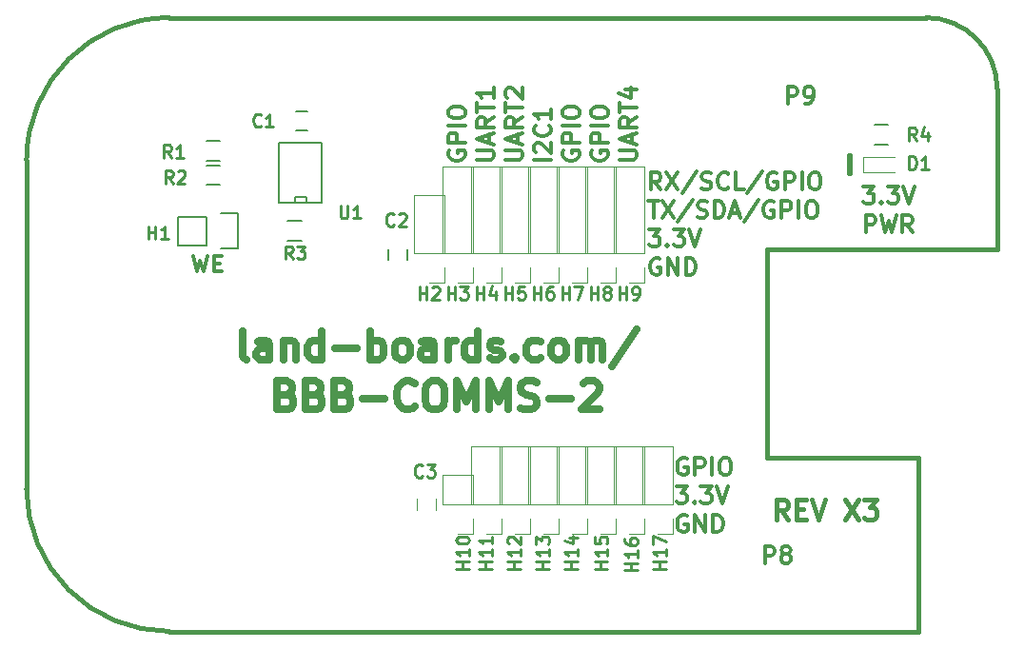
<source format=gbr>
%TF.GenerationSoftware,KiCad,Pcbnew,(5.1.10)-1*%
%TF.CreationDate,2022-04-07T15:38:00-04:00*%
%TF.ProjectId,BBB-COMMS-2,4242422d-434f-44d4-9d53-2d322e6b6963,0.3*%
%TF.SameCoordinates,Original*%
%TF.FileFunction,Legend,Top*%
%TF.FilePolarity,Positive*%
%FSLAX46Y46*%
G04 Gerber Fmt 4.6, Leading zero omitted, Abs format (unit mm)*
G04 Created by KiCad (PCBNEW (5.1.10)-1) date 2022-04-07 15:38:00*
%MOMM*%
%LPD*%
G01*
G04 APERTURE LIST*
%ADD10C,0.304800*%
%ADD11C,0.381000*%
%ADD12C,0.444500*%
%ADD13C,0.635000*%
%ADD14C,0.127000*%
%ADD15C,0.150000*%
%ADD16C,0.120000*%
%ADD17C,0.222250*%
G04 APERTURE END LIST*
D10*
X152489262Y-91948000D02*
X152344120Y-91875428D01*
X152126405Y-91875428D01*
X151908691Y-91948000D01*
X151763548Y-92093142D01*
X151690977Y-92238285D01*
X151618405Y-92528571D01*
X151618405Y-92746285D01*
X151690977Y-93036571D01*
X151763548Y-93181714D01*
X151908691Y-93326857D01*
X152126405Y-93399428D01*
X152271548Y-93399428D01*
X152489262Y-93326857D01*
X152561834Y-93254285D01*
X152561834Y-92746285D01*
X152271548Y-92746285D01*
X153214977Y-93399428D02*
X153214977Y-91875428D01*
X153795548Y-91875428D01*
X153940691Y-91948000D01*
X154013262Y-92020571D01*
X154085834Y-92165714D01*
X154085834Y-92383428D01*
X154013262Y-92528571D01*
X153940691Y-92601142D01*
X153795548Y-92673714D01*
X153214977Y-92673714D01*
X154738977Y-93399428D02*
X154738977Y-91875428D01*
X155754977Y-91875428D02*
X156045262Y-91875428D01*
X156190405Y-91948000D01*
X156335548Y-92093142D01*
X156408120Y-92383428D01*
X156408120Y-92891428D01*
X156335548Y-93181714D01*
X156190405Y-93326857D01*
X156045262Y-93399428D01*
X155754977Y-93399428D01*
X155609834Y-93326857D01*
X155464691Y-93181714D01*
X155392120Y-92891428D01*
X155392120Y-92383428D01*
X155464691Y-92093142D01*
X155609834Y-91948000D01*
X155754977Y-91875428D01*
X151545834Y-94415428D02*
X152489262Y-94415428D01*
X151981262Y-94996000D01*
X152198977Y-94996000D01*
X152344120Y-95068571D01*
X152416691Y-95141142D01*
X152489262Y-95286285D01*
X152489262Y-95649142D01*
X152416691Y-95794285D01*
X152344120Y-95866857D01*
X152198977Y-95939428D01*
X151763548Y-95939428D01*
X151618405Y-95866857D01*
X151545834Y-95794285D01*
X153142405Y-95794285D02*
X153214977Y-95866857D01*
X153142405Y-95939428D01*
X153069834Y-95866857D01*
X153142405Y-95794285D01*
X153142405Y-95939428D01*
X153722977Y-94415428D02*
X154666405Y-94415428D01*
X154158405Y-94996000D01*
X154376120Y-94996000D01*
X154521262Y-95068571D01*
X154593834Y-95141142D01*
X154666405Y-95286285D01*
X154666405Y-95649142D01*
X154593834Y-95794285D01*
X154521262Y-95866857D01*
X154376120Y-95939428D01*
X153940691Y-95939428D01*
X153795548Y-95866857D01*
X153722977Y-95794285D01*
X155101834Y-94415428D02*
X155609834Y-95939428D01*
X156117834Y-94415428D01*
X152489262Y-97028000D02*
X152344120Y-96955428D01*
X152126405Y-96955428D01*
X151908691Y-97028000D01*
X151763548Y-97173142D01*
X151690977Y-97318285D01*
X151618405Y-97608571D01*
X151618405Y-97826285D01*
X151690977Y-98116571D01*
X151763548Y-98261714D01*
X151908691Y-98406857D01*
X152126405Y-98479428D01*
X152271548Y-98479428D01*
X152489262Y-98406857D01*
X152561834Y-98334285D01*
X152561834Y-97826285D01*
X152271548Y-97826285D01*
X153214977Y-98479428D02*
X153214977Y-96955428D01*
X154085834Y-98479428D01*
X154085834Y-96955428D01*
X154811548Y-98479428D02*
X154811548Y-96955428D01*
X155174405Y-96955428D01*
X155392120Y-97028000D01*
X155537262Y-97173142D01*
X155609834Y-97318285D01*
X155682405Y-97608571D01*
X155682405Y-97826285D01*
X155609834Y-98116571D01*
X155537262Y-98261714D01*
X155392120Y-98406857D01*
X155174405Y-98479428D01*
X154811548Y-98479428D01*
X144018000Y-64553737D02*
X143945428Y-64698880D01*
X143945428Y-64916594D01*
X144018000Y-65134308D01*
X144163142Y-65279451D01*
X144308285Y-65352022D01*
X144598571Y-65424594D01*
X144816285Y-65424594D01*
X145106571Y-65352022D01*
X145251714Y-65279451D01*
X145396857Y-65134308D01*
X145469428Y-64916594D01*
X145469428Y-64771451D01*
X145396857Y-64553737D01*
X145324285Y-64481165D01*
X144816285Y-64481165D01*
X144816285Y-64771451D01*
X145469428Y-63828022D02*
X143945428Y-63828022D01*
X143945428Y-63247451D01*
X144018000Y-63102308D01*
X144090571Y-63029737D01*
X144235714Y-62957165D01*
X144453428Y-62957165D01*
X144598571Y-63029737D01*
X144671142Y-63102308D01*
X144743714Y-63247451D01*
X144743714Y-63828022D01*
X145469428Y-62304022D02*
X143945428Y-62304022D01*
X143945428Y-61288022D02*
X143945428Y-60997737D01*
X144018000Y-60852594D01*
X144163142Y-60707451D01*
X144453428Y-60634880D01*
X144961428Y-60634880D01*
X145251714Y-60707451D01*
X145396857Y-60852594D01*
X145469428Y-60997737D01*
X145469428Y-61288022D01*
X145396857Y-61433165D01*
X145251714Y-61578308D01*
X144961428Y-61650880D01*
X144453428Y-61650880D01*
X144163142Y-61578308D01*
X144018000Y-61433165D01*
X143945428Y-61288022D01*
X141478000Y-64553737D02*
X141405428Y-64698880D01*
X141405428Y-64916594D01*
X141478000Y-65134308D01*
X141623142Y-65279451D01*
X141768285Y-65352022D01*
X142058571Y-65424594D01*
X142276285Y-65424594D01*
X142566571Y-65352022D01*
X142711714Y-65279451D01*
X142856857Y-65134308D01*
X142929428Y-64916594D01*
X142929428Y-64771451D01*
X142856857Y-64553737D01*
X142784285Y-64481165D01*
X142276285Y-64481165D01*
X142276285Y-64771451D01*
X142929428Y-63828022D02*
X141405428Y-63828022D01*
X141405428Y-63247451D01*
X141478000Y-63102308D01*
X141550571Y-63029737D01*
X141695714Y-62957165D01*
X141913428Y-62957165D01*
X142058571Y-63029737D01*
X142131142Y-63102308D01*
X142203714Y-63247451D01*
X142203714Y-63828022D01*
X142929428Y-62304022D02*
X141405428Y-62304022D01*
X141405428Y-61288022D02*
X141405428Y-60997737D01*
X141478000Y-60852594D01*
X141623142Y-60707451D01*
X141913428Y-60634880D01*
X142421428Y-60634880D01*
X142711714Y-60707451D01*
X142856857Y-60852594D01*
X142929428Y-60997737D01*
X142929428Y-61288022D01*
X142856857Y-61433165D01*
X142711714Y-61578308D01*
X142421428Y-61650880D01*
X141913428Y-61650880D01*
X141623142Y-61578308D01*
X141478000Y-61433165D01*
X141405428Y-61288022D01*
X131318000Y-64553737D02*
X131245428Y-64698880D01*
X131245428Y-64916594D01*
X131318000Y-65134308D01*
X131463142Y-65279451D01*
X131608285Y-65352022D01*
X131898571Y-65424594D01*
X132116285Y-65424594D01*
X132406571Y-65352022D01*
X132551714Y-65279451D01*
X132696857Y-65134308D01*
X132769428Y-64916594D01*
X132769428Y-64771451D01*
X132696857Y-64553737D01*
X132624285Y-64481165D01*
X132116285Y-64481165D01*
X132116285Y-64771451D01*
X132769428Y-63828022D02*
X131245428Y-63828022D01*
X131245428Y-63247451D01*
X131318000Y-63102308D01*
X131390571Y-63029737D01*
X131535714Y-62957165D01*
X131753428Y-62957165D01*
X131898571Y-63029737D01*
X131971142Y-63102308D01*
X132043714Y-63247451D01*
X132043714Y-63828022D01*
X132769428Y-62304022D02*
X131245428Y-62304022D01*
X131245428Y-61288022D02*
X131245428Y-60997737D01*
X131318000Y-60852594D01*
X131463142Y-60707451D01*
X131753428Y-60634880D01*
X132261428Y-60634880D01*
X132551714Y-60707451D01*
X132696857Y-60852594D01*
X132769428Y-60997737D01*
X132769428Y-61288022D01*
X132696857Y-61433165D01*
X132551714Y-61578308D01*
X132261428Y-61650880D01*
X131753428Y-61650880D01*
X131463142Y-61578308D01*
X131318000Y-61433165D01*
X131245428Y-61288022D01*
X150076262Y-74168000D02*
X149931120Y-74095428D01*
X149713405Y-74095428D01*
X149495691Y-74168000D01*
X149350548Y-74313142D01*
X149277977Y-74458285D01*
X149205405Y-74748571D01*
X149205405Y-74966285D01*
X149277977Y-75256571D01*
X149350548Y-75401714D01*
X149495691Y-75546857D01*
X149713405Y-75619428D01*
X149858548Y-75619428D01*
X150076262Y-75546857D01*
X150148834Y-75474285D01*
X150148834Y-74966285D01*
X149858548Y-74966285D01*
X150801977Y-75619428D02*
X150801977Y-74095428D01*
X151672834Y-75619428D01*
X151672834Y-74095428D01*
X152398548Y-75619428D02*
X152398548Y-74095428D01*
X152761405Y-74095428D01*
X152979120Y-74168000D01*
X153124262Y-74313142D01*
X153196834Y-74458285D01*
X153269405Y-74748571D01*
X153269405Y-74966285D01*
X153196834Y-75256571D01*
X153124262Y-75401714D01*
X152979120Y-75546857D01*
X152761405Y-75619428D01*
X152398548Y-75619428D01*
X149132834Y-71555428D02*
X150076262Y-71555428D01*
X149568262Y-72136000D01*
X149785977Y-72136000D01*
X149931120Y-72208571D01*
X150003691Y-72281142D01*
X150076262Y-72426285D01*
X150076262Y-72789142D01*
X150003691Y-72934285D01*
X149931120Y-73006857D01*
X149785977Y-73079428D01*
X149350548Y-73079428D01*
X149205405Y-73006857D01*
X149132834Y-72934285D01*
X150729405Y-72934285D02*
X150801977Y-73006857D01*
X150729405Y-73079428D01*
X150656834Y-73006857D01*
X150729405Y-72934285D01*
X150729405Y-73079428D01*
X151309977Y-71555428D02*
X152253405Y-71555428D01*
X151745405Y-72136000D01*
X151963120Y-72136000D01*
X152108262Y-72208571D01*
X152180834Y-72281142D01*
X152253405Y-72426285D01*
X152253405Y-72789142D01*
X152180834Y-72934285D01*
X152108262Y-73006857D01*
X151963120Y-73079428D01*
X151527691Y-73079428D01*
X151382548Y-73006857D01*
X151309977Y-72934285D01*
X152688834Y-71555428D02*
X153196834Y-73079428D01*
X153704834Y-71555428D01*
X149060262Y-69015428D02*
X149931120Y-69015428D01*
X149495691Y-70539428D02*
X149495691Y-69015428D01*
X150293977Y-69015428D02*
X151309977Y-70539428D01*
X151309977Y-69015428D02*
X150293977Y-70539428D01*
X152979120Y-68942857D02*
X151672834Y-70902285D01*
X153414548Y-70466857D02*
X153632262Y-70539428D01*
X153995120Y-70539428D01*
X154140262Y-70466857D01*
X154212834Y-70394285D01*
X154285405Y-70249142D01*
X154285405Y-70104000D01*
X154212834Y-69958857D01*
X154140262Y-69886285D01*
X153995120Y-69813714D01*
X153704834Y-69741142D01*
X153559691Y-69668571D01*
X153487120Y-69596000D01*
X153414548Y-69450857D01*
X153414548Y-69305714D01*
X153487120Y-69160571D01*
X153559691Y-69088000D01*
X153704834Y-69015428D01*
X154067691Y-69015428D01*
X154285405Y-69088000D01*
X154938548Y-70539428D02*
X154938548Y-69015428D01*
X155301405Y-69015428D01*
X155519120Y-69088000D01*
X155664262Y-69233142D01*
X155736834Y-69378285D01*
X155809405Y-69668571D01*
X155809405Y-69886285D01*
X155736834Y-70176571D01*
X155664262Y-70321714D01*
X155519120Y-70466857D01*
X155301405Y-70539428D01*
X154938548Y-70539428D01*
X156389977Y-70104000D02*
X157115691Y-70104000D01*
X156244834Y-70539428D02*
X156752834Y-69015428D01*
X157260834Y-70539428D01*
X158857405Y-68942857D02*
X157551120Y-70902285D01*
X160163691Y-69088000D02*
X160018548Y-69015428D01*
X159800834Y-69015428D01*
X159583120Y-69088000D01*
X159437977Y-69233142D01*
X159365405Y-69378285D01*
X159292834Y-69668571D01*
X159292834Y-69886285D01*
X159365405Y-70176571D01*
X159437977Y-70321714D01*
X159583120Y-70466857D01*
X159800834Y-70539428D01*
X159945977Y-70539428D01*
X160163691Y-70466857D01*
X160236262Y-70394285D01*
X160236262Y-69886285D01*
X159945977Y-69886285D01*
X160889405Y-70539428D02*
X160889405Y-69015428D01*
X161469977Y-69015428D01*
X161615120Y-69088000D01*
X161687691Y-69160571D01*
X161760262Y-69305714D01*
X161760262Y-69523428D01*
X161687691Y-69668571D01*
X161615120Y-69741142D01*
X161469977Y-69813714D01*
X160889405Y-69813714D01*
X162413405Y-70539428D02*
X162413405Y-69015428D01*
X163429405Y-69015428D02*
X163719691Y-69015428D01*
X163864834Y-69088000D01*
X164009977Y-69233142D01*
X164082548Y-69523428D01*
X164082548Y-70031428D01*
X164009977Y-70321714D01*
X163864834Y-70466857D01*
X163719691Y-70539428D01*
X163429405Y-70539428D01*
X163284262Y-70466857D01*
X163139120Y-70321714D01*
X163066548Y-70031428D01*
X163066548Y-69523428D01*
X163139120Y-69233142D01*
X163284262Y-69088000D01*
X163429405Y-69015428D01*
X150148834Y-67999428D02*
X149640834Y-67273714D01*
X149277977Y-67999428D02*
X149277977Y-66475428D01*
X149858548Y-66475428D01*
X150003691Y-66548000D01*
X150076262Y-66620571D01*
X150148834Y-66765714D01*
X150148834Y-66983428D01*
X150076262Y-67128571D01*
X150003691Y-67201142D01*
X149858548Y-67273714D01*
X149277977Y-67273714D01*
X150656834Y-66475428D02*
X151672834Y-67999428D01*
X151672834Y-66475428D02*
X150656834Y-67999428D01*
X153341977Y-66402857D02*
X152035691Y-68362285D01*
X153777405Y-67926857D02*
X153995120Y-67999428D01*
X154357977Y-67999428D01*
X154503120Y-67926857D01*
X154575691Y-67854285D01*
X154648262Y-67709142D01*
X154648262Y-67564000D01*
X154575691Y-67418857D01*
X154503120Y-67346285D01*
X154357977Y-67273714D01*
X154067691Y-67201142D01*
X153922548Y-67128571D01*
X153849977Y-67056000D01*
X153777405Y-66910857D01*
X153777405Y-66765714D01*
X153849977Y-66620571D01*
X153922548Y-66548000D01*
X154067691Y-66475428D01*
X154430548Y-66475428D01*
X154648262Y-66548000D01*
X156172262Y-67854285D02*
X156099691Y-67926857D01*
X155881977Y-67999428D01*
X155736834Y-67999428D01*
X155519120Y-67926857D01*
X155373977Y-67781714D01*
X155301405Y-67636571D01*
X155228834Y-67346285D01*
X155228834Y-67128571D01*
X155301405Y-66838285D01*
X155373977Y-66693142D01*
X155519120Y-66548000D01*
X155736834Y-66475428D01*
X155881977Y-66475428D01*
X156099691Y-66548000D01*
X156172262Y-66620571D01*
X157551120Y-67999428D02*
X156825405Y-67999428D01*
X156825405Y-66475428D01*
X159147691Y-66402857D02*
X157841405Y-68362285D01*
X160453977Y-66548000D02*
X160308834Y-66475428D01*
X160091120Y-66475428D01*
X159873405Y-66548000D01*
X159728262Y-66693142D01*
X159655691Y-66838285D01*
X159583120Y-67128571D01*
X159583120Y-67346285D01*
X159655691Y-67636571D01*
X159728262Y-67781714D01*
X159873405Y-67926857D01*
X160091120Y-67999428D01*
X160236262Y-67999428D01*
X160453977Y-67926857D01*
X160526548Y-67854285D01*
X160526548Y-67346285D01*
X160236262Y-67346285D01*
X161179691Y-67999428D02*
X161179691Y-66475428D01*
X161760262Y-66475428D01*
X161905405Y-66548000D01*
X161977977Y-66620571D01*
X162050548Y-66765714D01*
X162050548Y-66983428D01*
X161977977Y-67128571D01*
X161905405Y-67201142D01*
X161760262Y-67273714D01*
X161179691Y-67273714D01*
X162703691Y-67999428D02*
X162703691Y-66475428D01*
X163719691Y-66475428D02*
X164009977Y-66475428D01*
X164155120Y-66548000D01*
X164300262Y-66693142D01*
X164372834Y-66983428D01*
X164372834Y-67491428D01*
X164300262Y-67781714D01*
X164155120Y-67926857D01*
X164009977Y-67999428D01*
X163719691Y-67999428D01*
X163574548Y-67926857D01*
X163429405Y-67781714D01*
X163356834Y-67491428D01*
X163356834Y-66983428D01*
X163429405Y-66693142D01*
X163574548Y-66548000D01*
X163719691Y-66475428D01*
X146485428Y-65352022D02*
X147719142Y-65352022D01*
X147864285Y-65279451D01*
X147936857Y-65206880D01*
X148009428Y-65061737D01*
X148009428Y-64771451D01*
X147936857Y-64626308D01*
X147864285Y-64553737D01*
X147719142Y-64481165D01*
X146485428Y-64481165D01*
X147574000Y-63828022D02*
X147574000Y-63102308D01*
X148009428Y-63973165D02*
X146485428Y-63465165D01*
X148009428Y-62957165D01*
X148009428Y-61578308D02*
X147283714Y-62086308D01*
X148009428Y-62449165D02*
X146485428Y-62449165D01*
X146485428Y-61868594D01*
X146558000Y-61723451D01*
X146630571Y-61650880D01*
X146775714Y-61578308D01*
X146993428Y-61578308D01*
X147138571Y-61650880D01*
X147211142Y-61723451D01*
X147283714Y-61868594D01*
X147283714Y-62449165D01*
X146485428Y-61142880D02*
X146485428Y-60272022D01*
X148009428Y-60707451D02*
X146485428Y-60707451D01*
X146993428Y-59110880D02*
X148009428Y-59110880D01*
X146412857Y-59473737D02*
X147501428Y-59836594D01*
X147501428Y-58893165D01*
X140389428Y-65352022D02*
X138865428Y-65352022D01*
X139010571Y-64698880D02*
X138938000Y-64626308D01*
X138865428Y-64481165D01*
X138865428Y-64118308D01*
X138938000Y-63973165D01*
X139010571Y-63900594D01*
X139155714Y-63828022D01*
X139300857Y-63828022D01*
X139518571Y-63900594D01*
X140389428Y-64771451D01*
X140389428Y-63828022D01*
X140244285Y-62304022D02*
X140316857Y-62376594D01*
X140389428Y-62594308D01*
X140389428Y-62739451D01*
X140316857Y-62957165D01*
X140171714Y-63102308D01*
X140026571Y-63174880D01*
X139736285Y-63247451D01*
X139518571Y-63247451D01*
X139228285Y-63174880D01*
X139083142Y-63102308D01*
X138938000Y-62957165D01*
X138865428Y-62739451D01*
X138865428Y-62594308D01*
X138938000Y-62376594D01*
X139010571Y-62304022D01*
X140389428Y-60852594D02*
X140389428Y-61723451D01*
X140389428Y-61288022D02*
X138865428Y-61288022D01*
X139083142Y-61433165D01*
X139228285Y-61578308D01*
X139300857Y-61723451D01*
X136325428Y-65352022D02*
X137559142Y-65352022D01*
X137704285Y-65279451D01*
X137776857Y-65206880D01*
X137849428Y-65061737D01*
X137849428Y-64771451D01*
X137776857Y-64626308D01*
X137704285Y-64553737D01*
X137559142Y-64481165D01*
X136325428Y-64481165D01*
X137414000Y-63828022D02*
X137414000Y-63102308D01*
X137849428Y-63973165D02*
X136325428Y-63465165D01*
X137849428Y-62957165D01*
X137849428Y-61578308D02*
X137123714Y-62086308D01*
X137849428Y-62449165D02*
X136325428Y-62449165D01*
X136325428Y-61868594D01*
X136398000Y-61723451D01*
X136470571Y-61650880D01*
X136615714Y-61578308D01*
X136833428Y-61578308D01*
X136978571Y-61650880D01*
X137051142Y-61723451D01*
X137123714Y-61868594D01*
X137123714Y-62449165D01*
X136325428Y-61142880D02*
X136325428Y-60272022D01*
X137849428Y-60707451D02*
X136325428Y-60707451D01*
X136470571Y-59836594D02*
X136398000Y-59764022D01*
X136325428Y-59618880D01*
X136325428Y-59256022D01*
X136398000Y-59110880D01*
X136470571Y-59038308D01*
X136615714Y-58965737D01*
X136760857Y-58965737D01*
X136978571Y-59038308D01*
X137849428Y-59909165D01*
X137849428Y-58965737D01*
X133785428Y-65352022D02*
X135019142Y-65352022D01*
X135164285Y-65279451D01*
X135236857Y-65206880D01*
X135309428Y-65061737D01*
X135309428Y-64771451D01*
X135236857Y-64626308D01*
X135164285Y-64553737D01*
X135019142Y-64481165D01*
X133785428Y-64481165D01*
X134874000Y-63828022D02*
X134874000Y-63102308D01*
X135309428Y-63973165D02*
X133785428Y-63465165D01*
X135309428Y-62957165D01*
X135309428Y-61578308D02*
X134583714Y-62086308D01*
X135309428Y-62449165D02*
X133785428Y-62449165D01*
X133785428Y-61868594D01*
X133858000Y-61723451D01*
X133930571Y-61650880D01*
X134075714Y-61578308D01*
X134293428Y-61578308D01*
X134438571Y-61650880D01*
X134511142Y-61723451D01*
X134583714Y-61868594D01*
X134583714Y-62449165D01*
X133785428Y-61142880D02*
X133785428Y-60272022D01*
X135309428Y-60707451D02*
X133785428Y-60707451D01*
X135309428Y-58965737D02*
X135309428Y-59836594D01*
X135309428Y-59401165D02*
X133785428Y-59401165D01*
X134003142Y-59546308D01*
X134148285Y-59691451D01*
X134220857Y-59836594D01*
D11*
X166878000Y-66548000D02*
X166878000Y-64897000D01*
X167005000Y-66548000D02*
X166878000Y-66548000D01*
X167005000Y-64897000D02*
X167005000Y-66548000D01*
D10*
X159403142Y-101273428D02*
X159403142Y-99749428D01*
X159983714Y-99749428D01*
X160128857Y-99822000D01*
X160201428Y-99894571D01*
X160274000Y-100039714D01*
X160274000Y-100257428D01*
X160201428Y-100402571D01*
X160128857Y-100475142D01*
X159983714Y-100547714D01*
X159403142Y-100547714D01*
X161144857Y-100402571D02*
X160999714Y-100330000D01*
X160927142Y-100257428D01*
X160854571Y-100112285D01*
X160854571Y-100039714D01*
X160927142Y-99894571D01*
X160999714Y-99822000D01*
X161144857Y-99749428D01*
X161435142Y-99749428D01*
X161580285Y-99822000D01*
X161652857Y-99894571D01*
X161725428Y-100039714D01*
X161725428Y-100112285D01*
X161652857Y-100257428D01*
X161580285Y-100330000D01*
X161435142Y-100402571D01*
X161144857Y-100402571D01*
X160999714Y-100475142D01*
X160927142Y-100547714D01*
X160854571Y-100692857D01*
X160854571Y-100983142D01*
X160927142Y-101128285D01*
X160999714Y-101200857D01*
X161144857Y-101273428D01*
X161435142Y-101273428D01*
X161580285Y-101200857D01*
X161652857Y-101128285D01*
X161725428Y-100983142D01*
X161725428Y-100692857D01*
X161652857Y-100547714D01*
X161580285Y-100475142D01*
X161435142Y-100402571D01*
X161435142Y-60379428D02*
X161435142Y-58855428D01*
X162015714Y-58855428D01*
X162160857Y-58928000D01*
X162233428Y-59000571D01*
X162306000Y-59145714D01*
X162306000Y-59363428D01*
X162233428Y-59508571D01*
X162160857Y-59581142D01*
X162015714Y-59653714D01*
X161435142Y-59653714D01*
X163031714Y-60379428D02*
X163322000Y-60379428D01*
X163467142Y-60306857D01*
X163539714Y-60234285D01*
X163684857Y-60016571D01*
X163757428Y-59726285D01*
X163757428Y-59145714D01*
X163684857Y-59000571D01*
X163612285Y-58928000D01*
X163467142Y-58855428D01*
X163176857Y-58855428D01*
X163031714Y-58928000D01*
X162959142Y-59000571D01*
X162886571Y-59145714D01*
X162886571Y-59508571D01*
X162959142Y-59653714D01*
X163031714Y-59726285D01*
X163176857Y-59798857D01*
X163467142Y-59798857D01*
X163612285Y-59726285D01*
X163684857Y-59653714D01*
X163757428Y-59508571D01*
X108512428Y-73910976D02*
X108875285Y-75307976D01*
X109165571Y-74310119D01*
X109455857Y-75307976D01*
X109818714Y-73910976D01*
X110399285Y-74576214D02*
X110907285Y-74576214D01*
X111125000Y-75307976D02*
X110399285Y-75307976D01*
X110399285Y-73910976D01*
X111125000Y-73910976D01*
D11*
X123190000Y-52705000D02*
X123317000Y-52705000D01*
X110744000Y-52705000D02*
X110871000Y-52705000D01*
D10*
X168184285Y-67720028D02*
X169127714Y-67720028D01*
X168619714Y-68300600D01*
X168837428Y-68300600D01*
X168982571Y-68373171D01*
X169055142Y-68445742D01*
X169127714Y-68590885D01*
X169127714Y-68953742D01*
X169055142Y-69098885D01*
X168982571Y-69171457D01*
X168837428Y-69244028D01*
X168402000Y-69244028D01*
X168256857Y-69171457D01*
X168184285Y-69098885D01*
X169780857Y-69098885D02*
X169853428Y-69171457D01*
X169780857Y-69244028D01*
X169708285Y-69171457D01*
X169780857Y-69098885D01*
X169780857Y-69244028D01*
X170361428Y-67720028D02*
X171304857Y-67720028D01*
X170796857Y-68300600D01*
X171014571Y-68300600D01*
X171159714Y-68373171D01*
X171232285Y-68445742D01*
X171304857Y-68590885D01*
X171304857Y-68953742D01*
X171232285Y-69098885D01*
X171159714Y-69171457D01*
X171014571Y-69244028D01*
X170579142Y-69244028D01*
X170434000Y-69171457D01*
X170361428Y-69098885D01*
X171740285Y-67720028D02*
X172248285Y-69244028D01*
X172756285Y-67720028D01*
X168402000Y-71834828D02*
X168402000Y-70310828D01*
X168982571Y-70310828D01*
X169127714Y-70383400D01*
X169200285Y-70455971D01*
X169272857Y-70601114D01*
X169272857Y-70818828D01*
X169200285Y-70963971D01*
X169127714Y-71036542D01*
X168982571Y-71109114D01*
X168402000Y-71109114D01*
X169780857Y-70310828D02*
X170143714Y-71834828D01*
X170434000Y-70746257D01*
X170724285Y-71834828D01*
X171087142Y-70310828D01*
X172538571Y-71834828D02*
X172030571Y-71109114D01*
X171667714Y-71834828D02*
X171667714Y-70310828D01*
X172248285Y-70310828D01*
X172393428Y-70383400D01*
X172466000Y-70455971D01*
X172538571Y-70601114D01*
X172538571Y-70818828D01*
X172466000Y-70963971D01*
X172393428Y-71036542D01*
X172248285Y-71109114D01*
X171667714Y-71109114D01*
D12*
X161459333Y-97324333D02*
X160866666Y-96477666D01*
X160443333Y-97324333D02*
X160443333Y-95546333D01*
X161120666Y-95546333D01*
X161290000Y-95631000D01*
X161374666Y-95715666D01*
X161459333Y-95885000D01*
X161459333Y-96139000D01*
X161374666Y-96308333D01*
X161290000Y-96393000D01*
X161120666Y-96477666D01*
X160443333Y-96477666D01*
X162221333Y-96393000D02*
X162814000Y-96393000D01*
X163068000Y-97324333D02*
X162221333Y-97324333D01*
X162221333Y-95546333D01*
X163068000Y-95546333D01*
X163576000Y-95546333D02*
X164168666Y-97324333D01*
X164761333Y-95546333D01*
X166539333Y-95546333D02*
X167724666Y-97324333D01*
X167724666Y-95546333D02*
X166539333Y-97324333D01*
X168232666Y-95546333D02*
X169333333Y-95546333D01*
X168740666Y-96223666D01*
X168994666Y-96223666D01*
X169164000Y-96308333D01*
X169248666Y-96393000D01*
X169333333Y-96562333D01*
X169333333Y-96985666D01*
X169248666Y-97155000D01*
X169164000Y-97239666D01*
X168994666Y-97324333D01*
X168486666Y-97324333D01*
X168317333Y-97239666D01*
X168232666Y-97155000D01*
D13*
X113308190Y-83127547D02*
X113066285Y-83006595D01*
X112945333Y-82764690D01*
X112945333Y-80587547D01*
X115364380Y-83127547D02*
X115364380Y-81797071D01*
X115243428Y-81555166D01*
X115001523Y-81434214D01*
X114517714Y-81434214D01*
X114275809Y-81555166D01*
X115364380Y-83006595D02*
X115122476Y-83127547D01*
X114517714Y-83127547D01*
X114275809Y-83006595D01*
X114154857Y-82764690D01*
X114154857Y-82522785D01*
X114275809Y-82280880D01*
X114517714Y-82159928D01*
X115122476Y-82159928D01*
X115364380Y-82038976D01*
X116573904Y-81434214D02*
X116573904Y-83127547D01*
X116573904Y-81676119D02*
X116694857Y-81555166D01*
X116936761Y-81434214D01*
X117299619Y-81434214D01*
X117541523Y-81555166D01*
X117662476Y-81797071D01*
X117662476Y-83127547D01*
X119960571Y-83127547D02*
X119960571Y-80587547D01*
X119960571Y-83006595D02*
X119718666Y-83127547D01*
X119234857Y-83127547D01*
X118992952Y-83006595D01*
X118872000Y-82885642D01*
X118751047Y-82643738D01*
X118751047Y-81918023D01*
X118872000Y-81676119D01*
X118992952Y-81555166D01*
X119234857Y-81434214D01*
X119718666Y-81434214D01*
X119960571Y-81555166D01*
X121170095Y-82159928D02*
X123105333Y-82159928D01*
X124314857Y-83127547D02*
X124314857Y-80587547D01*
X124314857Y-81555166D02*
X124556761Y-81434214D01*
X125040571Y-81434214D01*
X125282476Y-81555166D01*
X125403428Y-81676119D01*
X125524380Y-81918023D01*
X125524380Y-82643738D01*
X125403428Y-82885642D01*
X125282476Y-83006595D01*
X125040571Y-83127547D01*
X124556761Y-83127547D01*
X124314857Y-83006595D01*
X126975809Y-83127547D02*
X126733904Y-83006595D01*
X126612952Y-82885642D01*
X126492000Y-82643738D01*
X126492000Y-81918023D01*
X126612952Y-81676119D01*
X126733904Y-81555166D01*
X126975809Y-81434214D01*
X127338666Y-81434214D01*
X127580571Y-81555166D01*
X127701523Y-81676119D01*
X127822476Y-81918023D01*
X127822476Y-82643738D01*
X127701523Y-82885642D01*
X127580571Y-83006595D01*
X127338666Y-83127547D01*
X126975809Y-83127547D01*
X129999619Y-83127547D02*
X129999619Y-81797071D01*
X129878666Y-81555166D01*
X129636761Y-81434214D01*
X129152952Y-81434214D01*
X128911047Y-81555166D01*
X129999619Y-83006595D02*
X129757714Y-83127547D01*
X129152952Y-83127547D01*
X128911047Y-83006595D01*
X128790095Y-82764690D01*
X128790095Y-82522785D01*
X128911047Y-82280880D01*
X129152952Y-82159928D01*
X129757714Y-82159928D01*
X129999619Y-82038976D01*
X131209142Y-83127547D02*
X131209142Y-81434214D01*
X131209142Y-81918023D02*
X131330095Y-81676119D01*
X131451047Y-81555166D01*
X131692952Y-81434214D01*
X131934857Y-81434214D01*
X133870095Y-83127547D02*
X133870095Y-80587547D01*
X133870095Y-83006595D02*
X133628190Y-83127547D01*
X133144380Y-83127547D01*
X132902476Y-83006595D01*
X132781523Y-82885642D01*
X132660571Y-82643738D01*
X132660571Y-81918023D01*
X132781523Y-81676119D01*
X132902476Y-81555166D01*
X133144380Y-81434214D01*
X133628190Y-81434214D01*
X133870095Y-81555166D01*
X134958666Y-83006595D02*
X135200571Y-83127547D01*
X135684380Y-83127547D01*
X135926285Y-83006595D01*
X136047238Y-82764690D01*
X136047238Y-82643738D01*
X135926285Y-82401833D01*
X135684380Y-82280880D01*
X135321523Y-82280880D01*
X135079619Y-82159928D01*
X134958666Y-81918023D01*
X134958666Y-81797071D01*
X135079619Y-81555166D01*
X135321523Y-81434214D01*
X135684380Y-81434214D01*
X135926285Y-81555166D01*
X137135809Y-82885642D02*
X137256761Y-83006595D01*
X137135809Y-83127547D01*
X137014857Y-83006595D01*
X137135809Y-82885642D01*
X137135809Y-83127547D01*
X139433904Y-83006595D02*
X139192000Y-83127547D01*
X138708190Y-83127547D01*
X138466285Y-83006595D01*
X138345333Y-82885642D01*
X138224380Y-82643738D01*
X138224380Y-81918023D01*
X138345333Y-81676119D01*
X138466285Y-81555166D01*
X138708190Y-81434214D01*
X139192000Y-81434214D01*
X139433904Y-81555166D01*
X140885333Y-83127547D02*
X140643428Y-83006595D01*
X140522476Y-82885642D01*
X140401523Y-82643738D01*
X140401523Y-81918023D01*
X140522476Y-81676119D01*
X140643428Y-81555166D01*
X140885333Y-81434214D01*
X141248190Y-81434214D01*
X141490095Y-81555166D01*
X141611047Y-81676119D01*
X141732000Y-81918023D01*
X141732000Y-82643738D01*
X141611047Y-82885642D01*
X141490095Y-83006595D01*
X141248190Y-83127547D01*
X140885333Y-83127547D01*
X142820571Y-83127547D02*
X142820571Y-81434214D01*
X142820571Y-81676119D02*
X142941523Y-81555166D01*
X143183428Y-81434214D01*
X143546285Y-81434214D01*
X143788190Y-81555166D01*
X143909142Y-81797071D01*
X143909142Y-83127547D01*
X143909142Y-81797071D02*
X144030095Y-81555166D01*
X144272000Y-81434214D01*
X144634857Y-81434214D01*
X144876761Y-81555166D01*
X144997714Y-81797071D01*
X144997714Y-83127547D01*
X148021523Y-80466595D02*
X145844380Y-83732309D01*
X116876285Y-86242071D02*
X117239142Y-86363023D01*
X117360095Y-86483976D01*
X117481047Y-86725880D01*
X117481047Y-87088738D01*
X117360095Y-87330642D01*
X117239142Y-87451595D01*
X116997238Y-87572547D01*
X116029619Y-87572547D01*
X116029619Y-85032547D01*
X116876285Y-85032547D01*
X117118190Y-85153500D01*
X117239142Y-85274452D01*
X117360095Y-85516357D01*
X117360095Y-85758261D01*
X117239142Y-86000166D01*
X117118190Y-86121119D01*
X116876285Y-86242071D01*
X116029619Y-86242071D01*
X119416285Y-86242071D02*
X119779142Y-86363023D01*
X119900095Y-86483976D01*
X120021047Y-86725880D01*
X120021047Y-87088738D01*
X119900095Y-87330642D01*
X119779142Y-87451595D01*
X119537238Y-87572547D01*
X118569619Y-87572547D01*
X118569619Y-85032547D01*
X119416285Y-85032547D01*
X119658190Y-85153500D01*
X119779142Y-85274452D01*
X119900095Y-85516357D01*
X119900095Y-85758261D01*
X119779142Y-86000166D01*
X119658190Y-86121119D01*
X119416285Y-86242071D01*
X118569619Y-86242071D01*
X121956285Y-86242071D02*
X122319142Y-86363023D01*
X122440095Y-86483976D01*
X122561047Y-86725880D01*
X122561047Y-87088738D01*
X122440095Y-87330642D01*
X122319142Y-87451595D01*
X122077238Y-87572547D01*
X121109619Y-87572547D01*
X121109619Y-85032547D01*
X121956285Y-85032547D01*
X122198190Y-85153500D01*
X122319142Y-85274452D01*
X122440095Y-85516357D01*
X122440095Y-85758261D01*
X122319142Y-86000166D01*
X122198190Y-86121119D01*
X121956285Y-86242071D01*
X121109619Y-86242071D01*
X123649619Y-86604928D02*
X125584857Y-86604928D01*
X128245809Y-87330642D02*
X128124857Y-87451595D01*
X127762000Y-87572547D01*
X127520095Y-87572547D01*
X127157238Y-87451595D01*
X126915333Y-87209690D01*
X126794380Y-86967785D01*
X126673428Y-86483976D01*
X126673428Y-86121119D01*
X126794380Y-85637309D01*
X126915333Y-85395404D01*
X127157238Y-85153500D01*
X127520095Y-85032547D01*
X127762000Y-85032547D01*
X128124857Y-85153500D01*
X128245809Y-85274452D01*
X129818190Y-85032547D02*
X130302000Y-85032547D01*
X130543904Y-85153500D01*
X130785809Y-85395404D01*
X130906761Y-85879214D01*
X130906761Y-86725880D01*
X130785809Y-87209690D01*
X130543904Y-87451595D01*
X130302000Y-87572547D01*
X129818190Y-87572547D01*
X129576285Y-87451595D01*
X129334380Y-87209690D01*
X129213428Y-86725880D01*
X129213428Y-85879214D01*
X129334380Y-85395404D01*
X129576285Y-85153500D01*
X129818190Y-85032547D01*
X131995333Y-87572547D02*
X131995333Y-85032547D01*
X132842000Y-86846833D01*
X133688666Y-85032547D01*
X133688666Y-87572547D01*
X134898190Y-87572547D02*
X134898190Y-85032547D01*
X135744857Y-86846833D01*
X136591523Y-85032547D01*
X136591523Y-87572547D01*
X137680095Y-87451595D02*
X138042952Y-87572547D01*
X138647714Y-87572547D01*
X138889619Y-87451595D01*
X139010571Y-87330642D01*
X139131523Y-87088738D01*
X139131523Y-86846833D01*
X139010571Y-86604928D01*
X138889619Y-86483976D01*
X138647714Y-86363023D01*
X138163904Y-86242071D01*
X137922000Y-86121119D01*
X137801047Y-86000166D01*
X137680095Y-85758261D01*
X137680095Y-85516357D01*
X137801047Y-85274452D01*
X137922000Y-85153500D01*
X138163904Y-85032547D01*
X138768666Y-85032547D01*
X139131523Y-85153500D01*
X140220095Y-86604928D02*
X142155333Y-86604928D01*
X143243904Y-85274452D02*
X143364857Y-85153500D01*
X143606761Y-85032547D01*
X144211523Y-85032547D01*
X144453428Y-85153500D01*
X144574380Y-85274452D01*
X144695333Y-85516357D01*
X144695333Y-85758261D01*
X144574380Y-86121119D01*
X143122952Y-87572547D01*
X144695333Y-87572547D01*
D14*
%TO.C,U1*%
X116179600Y-63804800D02*
X119989600Y-63804800D01*
X118592600Y-68630800D02*
X118592600Y-69138800D01*
X117576600Y-68630800D02*
X118592600Y-68630800D01*
X117576600Y-69138800D02*
X117576600Y-68630800D01*
X116179600Y-69138800D02*
X119862600Y-69138800D01*
X116179600Y-63804800D02*
X116179600Y-69138800D01*
X119989600Y-69138800D02*
X119989600Y-63804800D01*
X119862600Y-69138800D02*
X119989600Y-69138800D01*
D11*
%TO.C,BRD1*%
X93726000Y-65405000D02*
X93726000Y-94615000D01*
X106426000Y-52705000D02*
X173736000Y-52705000D01*
X180086000Y-59055000D02*
X180086000Y-60325000D01*
X159639000Y-73279000D02*
X159639000Y-91821000D01*
X180086000Y-73279000D02*
X159639000Y-73279000D01*
X180086000Y-73279000D02*
X180086000Y-60325000D01*
X173101000Y-107315000D02*
X173101000Y-91821000D01*
X173101000Y-91821000D02*
X159639000Y-91821000D01*
X106426000Y-107315000D02*
X173101000Y-107315000D01*
X106426000Y-52705000D02*
G75*
G03*
X93726000Y-65405000I0J-12700000D01*
G01*
X93726000Y-94615000D02*
G75*
G03*
X106426000Y-107315000I12700000J0D01*
G01*
X180086000Y-59055000D02*
G75*
G03*
X173736000Y-52705000I-6350000J0D01*
G01*
D15*
%TO.C,H1*%
X107162600Y-70408800D02*
X107162600Y-72948800D01*
X109702600Y-70408800D02*
X107162600Y-70408800D01*
X112522600Y-70128800D02*
X112522600Y-73228800D01*
X110972600Y-70128800D02*
X112522600Y-70128800D01*
X109702600Y-72948800D02*
X109702600Y-70408800D01*
X112522600Y-73228800D02*
X110972600Y-73228800D01*
X109702600Y-72948800D02*
X107162600Y-72948800D01*
%TO.C,R4*%
X169199000Y-62244000D02*
X170399000Y-62244000D01*
X170399000Y-63994000D02*
X169199000Y-63994000D01*
%TO.C,R3*%
X118176600Y-72553800D02*
X116976600Y-72553800D01*
X116976600Y-70803800D02*
X118176600Y-70803800D01*
%TO.C,R2*%
X109737600Y-65850800D02*
X110937600Y-65850800D01*
X110937600Y-67600800D02*
X109737600Y-67600800D01*
%TO.C,R1*%
X109737600Y-63691800D02*
X110937600Y-63691800D01*
X110937600Y-65441800D02*
X109737600Y-65441800D01*
%TO.C,C2*%
X125896000Y-73287000D02*
X125896000Y-74287000D01*
X127596000Y-74287000D02*
X127596000Y-73287000D01*
%TO.C,C1*%
X117711600Y-62749800D02*
X118711600Y-62749800D01*
X118711600Y-61049800D02*
X117711600Y-61049800D01*
D16*
%TO.C,H6*%
X141030000Y-76260000D02*
X139700000Y-76260000D01*
X141030000Y-74930000D02*
X141030000Y-76260000D01*
X138370000Y-73660000D02*
X141030000Y-73660000D01*
X138370000Y-65980000D02*
X138370000Y-73660000D01*
X141030000Y-65980000D02*
X138370000Y-65980000D01*
X141030000Y-73660000D02*
X141030000Y-65980000D01*
%TO.C,H5*%
X138490000Y-76260000D02*
X137160000Y-76260000D01*
X138490000Y-74930000D02*
X138490000Y-76260000D01*
X135830000Y-73660000D02*
X138490000Y-73660000D01*
X135830000Y-65980000D02*
X135830000Y-73660000D01*
X138490000Y-65980000D02*
X135830000Y-65980000D01*
X138490000Y-73660000D02*
X138490000Y-65980000D01*
%TO.C,H4*%
X135950000Y-76260000D02*
X134620000Y-76260000D01*
X135950000Y-74930000D02*
X135950000Y-76260000D01*
X133290000Y-73660000D02*
X135950000Y-73660000D01*
X133290000Y-65980000D02*
X133290000Y-73660000D01*
X135950000Y-65980000D02*
X133290000Y-65980000D01*
X135950000Y-73660000D02*
X135950000Y-65980000D01*
%TO.C,D1*%
X168126000Y-65086000D02*
X170926000Y-65086000D01*
X168126000Y-66486000D02*
X170926000Y-66486000D01*
X168126000Y-65086000D02*
X168126000Y-66486000D01*
%TO.C,H7*%
X143570000Y-76260000D02*
X142240000Y-76260000D01*
X143570000Y-74930000D02*
X143570000Y-76260000D01*
X140910000Y-73660000D02*
X143570000Y-73660000D01*
X140910000Y-65980000D02*
X140910000Y-73660000D01*
X143570000Y-65980000D02*
X140910000Y-65980000D01*
X143570000Y-73660000D02*
X143570000Y-65980000D01*
%TO.C,H8*%
X146110000Y-76260000D02*
X144780000Y-76260000D01*
X146110000Y-74930000D02*
X146110000Y-76260000D01*
X143450000Y-73660000D02*
X146110000Y-73660000D01*
X143450000Y-65980000D02*
X143450000Y-73660000D01*
X146110000Y-65980000D02*
X143450000Y-65980000D01*
X146110000Y-73660000D02*
X146110000Y-65980000D01*
%TO.C,H3*%
X133410000Y-76260000D02*
X132080000Y-76260000D01*
X133410000Y-74930000D02*
X133410000Y-76260000D01*
X130750000Y-73660000D02*
X133410000Y-73660000D01*
X130750000Y-65980000D02*
X130750000Y-73660000D01*
X133410000Y-65980000D02*
X130750000Y-65980000D01*
X133410000Y-73660000D02*
X133410000Y-65980000D01*
%TO.C,H14*%
X143570000Y-98612000D02*
X142240000Y-98612000D01*
X143570000Y-97282000D02*
X143570000Y-98612000D01*
X140910000Y-96012000D02*
X143570000Y-96012000D01*
X140910000Y-90872000D02*
X140910000Y-96012000D01*
X143570000Y-90872000D02*
X140910000Y-90872000D01*
X143570000Y-96012000D02*
X143570000Y-90872000D01*
%TO.C,H13*%
X141030000Y-98612000D02*
X139700000Y-98612000D01*
X141030000Y-97282000D02*
X141030000Y-98612000D01*
X138370000Y-96012000D02*
X141030000Y-96012000D01*
X138370000Y-90872000D02*
X138370000Y-96012000D01*
X141030000Y-90872000D02*
X138370000Y-90872000D01*
X141030000Y-96012000D02*
X141030000Y-90872000D01*
%TO.C,H12*%
X138490000Y-98612000D02*
X137160000Y-98612000D01*
X138490000Y-97282000D02*
X138490000Y-98612000D01*
X135830000Y-96012000D02*
X138490000Y-96012000D01*
X135830000Y-90872000D02*
X135830000Y-96012000D01*
X138490000Y-90872000D02*
X135830000Y-90872000D01*
X138490000Y-96012000D02*
X138490000Y-90872000D01*
%TO.C,H11*%
X135950000Y-98612000D02*
X134620000Y-98612000D01*
X135950000Y-97282000D02*
X135950000Y-98612000D01*
X133290000Y-96012000D02*
X135950000Y-96012000D01*
X133290000Y-90872000D02*
X133290000Y-96012000D01*
X135950000Y-90872000D02*
X133290000Y-90872000D01*
X135950000Y-96012000D02*
X135950000Y-90872000D01*
%TO.C,C3*%
X128436000Y-95512000D02*
X128436000Y-96512000D01*
X130136000Y-96512000D02*
X130136000Y-95512000D01*
%TO.C,H15*%
X146110000Y-98612000D02*
X144780000Y-98612000D01*
X146110000Y-97282000D02*
X146110000Y-98612000D01*
X143450000Y-96012000D02*
X146110000Y-96012000D01*
X143450000Y-90872000D02*
X143450000Y-96012000D01*
X146110000Y-90872000D02*
X143450000Y-90872000D01*
X146110000Y-96012000D02*
X146110000Y-90872000D01*
%TO.C,H17*%
X151190000Y-98612000D02*
X149860000Y-98612000D01*
X151190000Y-97282000D02*
X151190000Y-98612000D01*
X148530000Y-96012000D02*
X151190000Y-96012000D01*
X148530000Y-90872000D02*
X148530000Y-96012000D01*
X151190000Y-90872000D02*
X148530000Y-90872000D01*
X151190000Y-96012000D02*
X151190000Y-90872000D01*
%TO.C,H16*%
X148650000Y-98612000D02*
X147320000Y-98612000D01*
X148650000Y-97282000D02*
X148650000Y-98612000D01*
X145990000Y-96012000D02*
X148650000Y-96012000D01*
X145990000Y-90872000D02*
X145990000Y-96012000D01*
X148650000Y-90872000D02*
X145990000Y-90872000D01*
X148650000Y-96012000D02*
X148650000Y-90872000D01*
%TO.C,H10*%
X133410000Y-98612000D02*
X132080000Y-98612000D01*
X133410000Y-97282000D02*
X133410000Y-98612000D01*
X130750000Y-96012000D02*
X133410000Y-96012000D01*
X130750000Y-93412000D02*
X130750000Y-96012000D01*
X133410000Y-93412000D02*
X130750000Y-93412000D01*
X133410000Y-96012000D02*
X133410000Y-93412000D01*
%TO.C,H9*%
X148650000Y-76260000D02*
X147320000Y-76260000D01*
X148650000Y-74930000D02*
X148650000Y-76260000D01*
X145990000Y-73660000D02*
X148650000Y-73660000D01*
X145990000Y-65980000D02*
X145990000Y-73660000D01*
X148650000Y-65980000D02*
X145990000Y-65980000D01*
X148650000Y-73660000D02*
X148650000Y-65980000D01*
%TO.C,H2*%
X130870000Y-76260000D02*
X129540000Y-76260000D01*
X130870000Y-74930000D02*
X130870000Y-76260000D01*
X128210000Y-73660000D02*
X130870000Y-73660000D01*
X128210000Y-68520000D02*
X128210000Y-73660000D01*
X130870000Y-68520000D02*
X128210000Y-68520000D01*
X130870000Y-73660000D02*
X130870000Y-68520000D01*
%TO.C,U1*%
D17*
X121658742Y-69401871D02*
X121658742Y-70327157D01*
X121713171Y-70436014D01*
X121767600Y-70490442D01*
X121876457Y-70544871D01*
X122094171Y-70544871D01*
X122203028Y-70490442D01*
X122257457Y-70436014D01*
X122311885Y-70327157D01*
X122311885Y-69401871D01*
X123454885Y-70544871D02*
X122801742Y-70544871D01*
X123128314Y-70544871D02*
X123128314Y-69401871D01*
X123019457Y-69565157D01*
X122910600Y-69674014D01*
X122801742Y-69728442D01*
%TO.C,H1*%
X104539142Y-72399071D02*
X104539142Y-71256071D01*
X104539142Y-71800357D02*
X105192285Y-71800357D01*
X105192285Y-72399071D02*
X105192285Y-71256071D01*
X106335285Y-72399071D02*
X105682142Y-72399071D01*
X106008714Y-72399071D02*
X106008714Y-71256071D01*
X105899857Y-71419357D01*
X105791000Y-71528214D01*
X105682142Y-71582642D01*
%TO.C,R4*%
X172910500Y-63636071D02*
X172529500Y-63091785D01*
X172257357Y-63636071D02*
X172257357Y-62493071D01*
X172692785Y-62493071D01*
X172801642Y-62547500D01*
X172856071Y-62601928D01*
X172910500Y-62710785D01*
X172910500Y-62874071D01*
X172856071Y-62982928D01*
X172801642Y-63037357D01*
X172692785Y-63091785D01*
X172257357Y-63091785D01*
X173890214Y-62874071D02*
X173890214Y-63636071D01*
X173618071Y-62438642D02*
X173345928Y-63255071D01*
X174053500Y-63255071D01*
%TO.C,R3*%
X117411500Y-74177071D02*
X117030500Y-73632785D01*
X116758357Y-74177071D02*
X116758357Y-73034071D01*
X117193785Y-73034071D01*
X117302642Y-73088500D01*
X117357071Y-73142928D01*
X117411500Y-73251785D01*
X117411500Y-73415071D01*
X117357071Y-73523928D01*
X117302642Y-73578357D01*
X117193785Y-73632785D01*
X116758357Y-73632785D01*
X117792500Y-73034071D02*
X118500071Y-73034071D01*
X118119071Y-73469500D01*
X118282357Y-73469500D01*
X118391214Y-73523928D01*
X118445642Y-73578357D01*
X118500071Y-73687214D01*
X118500071Y-73959357D01*
X118445642Y-74068214D01*
X118391214Y-74122642D01*
X118282357Y-74177071D01*
X117955785Y-74177071D01*
X117846928Y-74122642D01*
X117792500Y-74068214D01*
%TO.C,R2*%
X106743500Y-67446071D02*
X106362500Y-66901785D01*
X106090357Y-67446071D02*
X106090357Y-66303071D01*
X106525785Y-66303071D01*
X106634642Y-66357500D01*
X106689071Y-66411928D01*
X106743500Y-66520785D01*
X106743500Y-66684071D01*
X106689071Y-66792928D01*
X106634642Y-66847357D01*
X106525785Y-66901785D01*
X106090357Y-66901785D01*
X107178928Y-66411928D02*
X107233357Y-66357500D01*
X107342214Y-66303071D01*
X107614357Y-66303071D01*
X107723214Y-66357500D01*
X107777642Y-66411928D01*
X107832071Y-66520785D01*
X107832071Y-66629642D01*
X107777642Y-66792928D01*
X107124500Y-67446071D01*
X107832071Y-67446071D01*
%TO.C,R1*%
X106616500Y-65160071D02*
X106235500Y-64615785D01*
X105963357Y-65160071D02*
X105963357Y-64017071D01*
X106398785Y-64017071D01*
X106507642Y-64071500D01*
X106562071Y-64125928D01*
X106616500Y-64234785D01*
X106616500Y-64398071D01*
X106562071Y-64506928D01*
X106507642Y-64561357D01*
X106398785Y-64615785D01*
X105963357Y-64615785D01*
X107705071Y-65160071D02*
X107051928Y-65160071D01*
X107378500Y-65160071D02*
X107378500Y-64017071D01*
X107269642Y-64180357D01*
X107160785Y-64289214D01*
X107051928Y-64343642D01*
%TO.C,C2*%
X126428500Y-71147214D02*
X126374071Y-71201642D01*
X126210785Y-71256071D01*
X126101928Y-71256071D01*
X125938642Y-71201642D01*
X125829785Y-71092785D01*
X125775357Y-70983928D01*
X125720928Y-70766214D01*
X125720928Y-70602928D01*
X125775357Y-70385214D01*
X125829785Y-70276357D01*
X125938642Y-70167500D01*
X126101928Y-70113071D01*
X126210785Y-70113071D01*
X126374071Y-70167500D01*
X126428500Y-70221928D01*
X126863928Y-70221928D02*
X126918357Y-70167500D01*
X127027214Y-70113071D01*
X127299357Y-70113071D01*
X127408214Y-70167500D01*
X127462642Y-70221928D01*
X127517071Y-70330785D01*
X127517071Y-70439642D01*
X127462642Y-70602928D01*
X126809500Y-71256071D01*
X127517071Y-71256071D01*
%TO.C,C1*%
X114592100Y-62308014D02*
X114537671Y-62362442D01*
X114374385Y-62416871D01*
X114265528Y-62416871D01*
X114102242Y-62362442D01*
X113993385Y-62253585D01*
X113938957Y-62144728D01*
X113884528Y-61927014D01*
X113884528Y-61763728D01*
X113938957Y-61546014D01*
X113993385Y-61437157D01*
X114102242Y-61328300D01*
X114265528Y-61273871D01*
X114374385Y-61273871D01*
X114537671Y-61328300D01*
X114592100Y-61382728D01*
X115680671Y-62416871D02*
X115027528Y-62416871D01*
X115354100Y-62416871D02*
X115354100Y-61273871D01*
X115245242Y-61437157D01*
X115136385Y-61546014D01*
X115027528Y-61600442D01*
%TO.C,H6*%
X138829142Y-77777071D02*
X138829142Y-76634071D01*
X138829142Y-77178357D02*
X139482285Y-77178357D01*
X139482285Y-77777071D02*
X139482285Y-76634071D01*
X140516428Y-76634071D02*
X140298714Y-76634071D01*
X140189857Y-76688500D01*
X140135428Y-76742928D01*
X140026571Y-76906214D01*
X139972142Y-77123928D01*
X139972142Y-77559357D01*
X140026571Y-77668214D01*
X140081000Y-77722642D01*
X140189857Y-77777071D01*
X140407571Y-77777071D01*
X140516428Y-77722642D01*
X140570857Y-77668214D01*
X140625285Y-77559357D01*
X140625285Y-77287214D01*
X140570857Y-77178357D01*
X140516428Y-77123928D01*
X140407571Y-77069500D01*
X140189857Y-77069500D01*
X140081000Y-77123928D01*
X140026571Y-77178357D01*
X139972142Y-77287214D01*
%TO.C,H5*%
X136289142Y-77777071D02*
X136289142Y-76634071D01*
X136289142Y-77178357D02*
X136942285Y-77178357D01*
X136942285Y-77777071D02*
X136942285Y-76634071D01*
X138030857Y-76634071D02*
X137486571Y-76634071D01*
X137432142Y-77178357D01*
X137486571Y-77123928D01*
X137595428Y-77069500D01*
X137867571Y-77069500D01*
X137976428Y-77123928D01*
X138030857Y-77178357D01*
X138085285Y-77287214D01*
X138085285Y-77559357D01*
X138030857Y-77668214D01*
X137976428Y-77722642D01*
X137867571Y-77777071D01*
X137595428Y-77777071D01*
X137486571Y-77722642D01*
X137432142Y-77668214D01*
%TO.C,H4*%
X133749142Y-77777071D02*
X133749142Y-76634071D01*
X133749142Y-77178357D02*
X134402285Y-77178357D01*
X134402285Y-77777071D02*
X134402285Y-76634071D01*
X135436428Y-77015071D02*
X135436428Y-77777071D01*
X135164285Y-76579642D02*
X134892142Y-77396071D01*
X135599714Y-77396071D01*
%TO.C,D1*%
X172257357Y-66176071D02*
X172257357Y-65033071D01*
X172529500Y-65033071D01*
X172692785Y-65087500D01*
X172801642Y-65196357D01*
X172856071Y-65305214D01*
X172910500Y-65522928D01*
X172910500Y-65686214D01*
X172856071Y-65903928D01*
X172801642Y-66012785D01*
X172692785Y-66121642D01*
X172529500Y-66176071D01*
X172257357Y-66176071D01*
X173999071Y-66176071D02*
X173345928Y-66176071D01*
X173672500Y-66176071D02*
X173672500Y-65033071D01*
X173563642Y-65196357D01*
X173454785Y-65305214D01*
X173345928Y-65359642D01*
%TO.C,H7*%
X141369142Y-77777071D02*
X141369142Y-76634071D01*
X141369142Y-77178357D02*
X142022285Y-77178357D01*
X142022285Y-77777071D02*
X142022285Y-76634071D01*
X142457714Y-76634071D02*
X143219714Y-76634071D01*
X142729857Y-77777071D01*
%TO.C,H8*%
X143909142Y-77777071D02*
X143909142Y-76634071D01*
X143909142Y-77178357D02*
X144562285Y-77178357D01*
X144562285Y-77777071D02*
X144562285Y-76634071D01*
X145269857Y-77123928D02*
X145161000Y-77069500D01*
X145106571Y-77015071D01*
X145052142Y-76906214D01*
X145052142Y-76851785D01*
X145106571Y-76742928D01*
X145161000Y-76688500D01*
X145269857Y-76634071D01*
X145487571Y-76634071D01*
X145596428Y-76688500D01*
X145650857Y-76742928D01*
X145705285Y-76851785D01*
X145705285Y-76906214D01*
X145650857Y-77015071D01*
X145596428Y-77069500D01*
X145487571Y-77123928D01*
X145269857Y-77123928D01*
X145161000Y-77178357D01*
X145106571Y-77232785D01*
X145052142Y-77341642D01*
X145052142Y-77559357D01*
X145106571Y-77668214D01*
X145161000Y-77722642D01*
X145269857Y-77777071D01*
X145487571Y-77777071D01*
X145596428Y-77722642D01*
X145650857Y-77668214D01*
X145705285Y-77559357D01*
X145705285Y-77341642D01*
X145650857Y-77232785D01*
X145596428Y-77178357D01*
X145487571Y-77123928D01*
%TO.C,H3*%
X131209142Y-77777071D02*
X131209142Y-76634071D01*
X131209142Y-77178357D02*
X131862285Y-77178357D01*
X131862285Y-77777071D02*
X131862285Y-76634071D01*
X132297714Y-76634071D02*
X133005285Y-76634071D01*
X132624285Y-77069500D01*
X132787571Y-77069500D01*
X132896428Y-77123928D01*
X132950857Y-77178357D01*
X133005285Y-77287214D01*
X133005285Y-77559357D01*
X132950857Y-77668214D01*
X132896428Y-77722642D01*
X132787571Y-77777071D01*
X132461000Y-77777071D01*
X132352142Y-77722642D01*
X132297714Y-77668214D01*
%TO.C,H14*%
X142757071Y-101745142D02*
X141614071Y-101745142D01*
X142158357Y-101745142D02*
X142158357Y-101092000D01*
X142757071Y-101092000D02*
X141614071Y-101092000D01*
X142757071Y-99949000D02*
X142757071Y-100602142D01*
X142757071Y-100275571D02*
X141614071Y-100275571D01*
X141777357Y-100384428D01*
X141886214Y-100493285D01*
X141940642Y-100602142D01*
X141995071Y-98969285D02*
X142757071Y-98969285D01*
X141559642Y-99241428D02*
X142376071Y-99513571D01*
X142376071Y-98806000D01*
%TO.C,H13*%
X140217071Y-101745142D02*
X139074071Y-101745142D01*
X139618357Y-101745142D02*
X139618357Y-101092000D01*
X140217071Y-101092000D02*
X139074071Y-101092000D01*
X140217071Y-99949000D02*
X140217071Y-100602142D01*
X140217071Y-100275571D02*
X139074071Y-100275571D01*
X139237357Y-100384428D01*
X139346214Y-100493285D01*
X139400642Y-100602142D01*
X139074071Y-99568000D02*
X139074071Y-98860428D01*
X139509500Y-99241428D01*
X139509500Y-99078142D01*
X139563928Y-98969285D01*
X139618357Y-98914857D01*
X139727214Y-98860428D01*
X139999357Y-98860428D01*
X140108214Y-98914857D01*
X140162642Y-98969285D01*
X140217071Y-99078142D01*
X140217071Y-99404714D01*
X140162642Y-99513571D01*
X140108214Y-99568000D01*
%TO.C,H12*%
X137677071Y-101745142D02*
X136534071Y-101745142D01*
X137078357Y-101745142D02*
X137078357Y-101092000D01*
X137677071Y-101092000D02*
X136534071Y-101092000D01*
X137677071Y-99949000D02*
X137677071Y-100602142D01*
X137677071Y-100275571D02*
X136534071Y-100275571D01*
X136697357Y-100384428D01*
X136806214Y-100493285D01*
X136860642Y-100602142D01*
X136642928Y-99513571D02*
X136588500Y-99459142D01*
X136534071Y-99350285D01*
X136534071Y-99078142D01*
X136588500Y-98969285D01*
X136642928Y-98914857D01*
X136751785Y-98860428D01*
X136860642Y-98860428D01*
X137023928Y-98914857D01*
X137677071Y-99568000D01*
X137677071Y-98860428D01*
%TO.C,H11*%
X135137071Y-101745142D02*
X133994071Y-101745142D01*
X134538357Y-101745142D02*
X134538357Y-101092000D01*
X135137071Y-101092000D02*
X133994071Y-101092000D01*
X135137071Y-99949000D02*
X135137071Y-100602142D01*
X135137071Y-100275571D02*
X133994071Y-100275571D01*
X134157357Y-100384428D01*
X134266214Y-100493285D01*
X134320642Y-100602142D01*
X135137071Y-98860428D02*
X135137071Y-99513571D01*
X135137071Y-99187000D02*
X133994071Y-99187000D01*
X134157357Y-99295857D01*
X134266214Y-99404714D01*
X134320642Y-99513571D01*
%TO.C,C3*%
X128968500Y-93499214D02*
X128914071Y-93553642D01*
X128750785Y-93608071D01*
X128641928Y-93608071D01*
X128478642Y-93553642D01*
X128369785Y-93444785D01*
X128315357Y-93335928D01*
X128260928Y-93118214D01*
X128260928Y-92954928D01*
X128315357Y-92737214D01*
X128369785Y-92628357D01*
X128478642Y-92519500D01*
X128641928Y-92465071D01*
X128750785Y-92465071D01*
X128914071Y-92519500D01*
X128968500Y-92573928D01*
X129349500Y-92465071D02*
X130057071Y-92465071D01*
X129676071Y-92900500D01*
X129839357Y-92900500D01*
X129948214Y-92954928D01*
X130002642Y-93009357D01*
X130057071Y-93118214D01*
X130057071Y-93390357D01*
X130002642Y-93499214D01*
X129948214Y-93553642D01*
X129839357Y-93608071D01*
X129512785Y-93608071D01*
X129403928Y-93553642D01*
X129349500Y-93499214D01*
%TO.C,H15*%
X145424071Y-101745142D02*
X144281071Y-101745142D01*
X144825357Y-101745142D02*
X144825357Y-101092000D01*
X145424071Y-101092000D02*
X144281071Y-101092000D01*
X145424071Y-99949000D02*
X145424071Y-100602142D01*
X145424071Y-100275571D02*
X144281071Y-100275571D01*
X144444357Y-100384428D01*
X144553214Y-100493285D01*
X144607642Y-100602142D01*
X144281071Y-98914857D02*
X144281071Y-99459142D01*
X144825357Y-99513571D01*
X144770928Y-99459142D01*
X144716500Y-99350285D01*
X144716500Y-99078142D01*
X144770928Y-98969285D01*
X144825357Y-98914857D01*
X144934214Y-98860428D01*
X145206357Y-98860428D01*
X145315214Y-98914857D01*
X145369642Y-98969285D01*
X145424071Y-99078142D01*
X145424071Y-99350285D01*
X145369642Y-99459142D01*
X145315214Y-99513571D01*
%TO.C,H17*%
X150631071Y-101745142D02*
X149488071Y-101745142D01*
X150032357Y-101745142D02*
X150032357Y-101092000D01*
X150631071Y-101092000D02*
X149488071Y-101092000D01*
X150631071Y-99949000D02*
X150631071Y-100602142D01*
X150631071Y-100275571D02*
X149488071Y-100275571D01*
X149651357Y-100384428D01*
X149760214Y-100493285D01*
X149814642Y-100602142D01*
X149488071Y-99568000D02*
X149488071Y-98806000D01*
X150631071Y-99295857D01*
%TO.C,H16*%
X148091071Y-101872142D02*
X146948071Y-101872142D01*
X147492357Y-101872142D02*
X147492357Y-101219000D01*
X148091071Y-101219000D02*
X146948071Y-101219000D01*
X148091071Y-100076000D02*
X148091071Y-100729142D01*
X148091071Y-100402571D02*
X146948071Y-100402571D01*
X147111357Y-100511428D01*
X147220214Y-100620285D01*
X147274642Y-100729142D01*
X146948071Y-99096285D02*
X146948071Y-99314000D01*
X147002500Y-99422857D01*
X147056928Y-99477285D01*
X147220214Y-99586142D01*
X147437928Y-99640571D01*
X147873357Y-99640571D01*
X147982214Y-99586142D01*
X148036642Y-99531714D01*
X148091071Y-99422857D01*
X148091071Y-99205142D01*
X148036642Y-99096285D01*
X147982214Y-99041857D01*
X147873357Y-98987428D01*
X147601214Y-98987428D01*
X147492357Y-99041857D01*
X147437928Y-99096285D01*
X147383500Y-99205142D01*
X147383500Y-99422857D01*
X147437928Y-99531714D01*
X147492357Y-99586142D01*
X147601214Y-99640571D01*
%TO.C,H10*%
X133105071Y-101745142D02*
X131962071Y-101745142D01*
X132506357Y-101745142D02*
X132506357Y-101092000D01*
X133105071Y-101092000D02*
X131962071Y-101092000D01*
X133105071Y-99949000D02*
X133105071Y-100602142D01*
X133105071Y-100275571D02*
X131962071Y-100275571D01*
X132125357Y-100384428D01*
X132234214Y-100493285D01*
X132288642Y-100602142D01*
X131962071Y-99241428D02*
X131962071Y-99132571D01*
X132016500Y-99023714D01*
X132070928Y-98969285D01*
X132179785Y-98914857D01*
X132397500Y-98860428D01*
X132669642Y-98860428D01*
X132887357Y-98914857D01*
X132996214Y-98969285D01*
X133050642Y-99023714D01*
X133105071Y-99132571D01*
X133105071Y-99241428D01*
X133050642Y-99350285D01*
X132996214Y-99404714D01*
X132887357Y-99459142D01*
X132669642Y-99513571D01*
X132397500Y-99513571D01*
X132179785Y-99459142D01*
X132070928Y-99404714D01*
X132016500Y-99350285D01*
X131962071Y-99241428D01*
%TO.C,H9*%
X146449142Y-77777071D02*
X146449142Y-76634071D01*
X146449142Y-77178357D02*
X147102285Y-77178357D01*
X147102285Y-77777071D02*
X147102285Y-76634071D01*
X147701000Y-77777071D02*
X147918714Y-77777071D01*
X148027571Y-77722642D01*
X148082000Y-77668214D01*
X148190857Y-77504928D01*
X148245285Y-77287214D01*
X148245285Y-76851785D01*
X148190857Y-76742928D01*
X148136428Y-76688500D01*
X148027571Y-76634071D01*
X147809857Y-76634071D01*
X147701000Y-76688500D01*
X147646571Y-76742928D01*
X147592142Y-76851785D01*
X147592142Y-77123928D01*
X147646571Y-77232785D01*
X147701000Y-77287214D01*
X147809857Y-77341642D01*
X148027571Y-77341642D01*
X148136428Y-77287214D01*
X148190857Y-77232785D01*
X148245285Y-77123928D01*
%TO.C,H2*%
X128669142Y-77777071D02*
X128669142Y-76634071D01*
X128669142Y-77178357D02*
X129322285Y-77178357D01*
X129322285Y-77777071D02*
X129322285Y-76634071D01*
X129812142Y-76742928D02*
X129866571Y-76688500D01*
X129975428Y-76634071D01*
X130247571Y-76634071D01*
X130356428Y-76688500D01*
X130410857Y-76742928D01*
X130465285Y-76851785D01*
X130465285Y-76960642D01*
X130410857Y-77123928D01*
X129757714Y-77777071D01*
X130465285Y-77777071D01*
%TD*%
M02*

</source>
